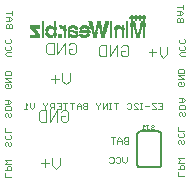
<source format=gbo>
G75*
%MOIN*%
%OFA0B0*%
%FSLAX24Y24*%
%IPPOS*%
%LPD*%
%AMOC8*
5,1,8,0,0,1.08239X$1,22.5*
%
%ADD10C,0.0020*%
%ADD11C,0.0040*%
%ADD12C,0.0030*%
%ADD13C,0.0060*%
%ADD14C,0.0010*%
%ADD15R,0.0042X0.0007*%
%ADD16R,0.0035X0.0007*%
%ADD17R,0.0028X0.0007*%
%ADD18R,0.0099X0.0007*%
%ADD19R,0.0106X0.0007*%
%ADD20R,0.0092X0.0007*%
%ADD21R,0.0120X0.0007*%
%ADD22R,0.0113X0.0007*%
%ADD23R,0.0085X0.0007*%
%ADD24R,0.0333X0.0007*%
%ADD25R,0.0099X0.0007*%
%ADD26R,0.0106X0.0007*%
%ADD27R,0.0092X0.0007*%
%ADD28R,0.0163X0.0007*%
%ADD29R,0.0149X0.0007*%
%ADD30R,0.0092X0.0007*%
%ADD31R,0.0127X0.0007*%
%ADD32R,0.0333X0.0007*%
%ADD33R,0.0099X0.0007*%
%ADD34R,0.0106X0.0007*%
%ADD35R,0.0092X0.0007*%
%ADD36R,0.0113X0.0007*%
%ADD37R,0.0191X0.0007*%
%ADD38R,0.0177X0.0007*%
%ADD39R,0.0092X0.0007*%
%ADD40R,0.0149X0.0007*%
%ADD41R,0.0333X0.0007*%
%ADD42R,0.0120X0.0007*%
%ADD43R,0.0212X0.0007*%
%ADD44R,0.0191X0.0007*%
%ADD45R,0.0092X0.0007*%
%ADD46R,0.0177X0.0007*%
%ADD47R,0.0120X0.0007*%
%ADD48R,0.0234X0.0007*%
%ADD49R,0.0205X0.0007*%
%ADD50R,0.0099X0.0007*%
%ADD51R,0.0120X0.0007*%
%ADD52R,0.0092X0.0007*%
%ADD53R,0.0113X0.0007*%
%ADD54R,0.0120X0.0007*%
%ADD55R,0.0255X0.0007*%
%ADD56R,0.0220X0.0007*%
%ADD57R,0.0092X0.0007*%
%ADD58R,0.0106X0.0007*%
%ADD59R,0.0198X0.0007*%
%ADD60R,0.0333X0.0007*%
%ADD61R,0.0135X0.0007*%
%ADD62R,0.0127X0.0007*%
%ADD63R,0.0269X0.0007*%
%ADD64R,0.0326X0.0007*%
%ADD65R,0.0212X0.0007*%
%ADD66R,0.0135X0.0007*%
%ADD67R,0.0127X0.0007*%
%ADD68R,0.0127X0.0007*%
%ADD69R,0.0283X0.0007*%
%ADD70R,0.0333X0.0007*%
%ADD71R,0.0227X0.0007*%
%ADD72R,0.0135X0.0007*%
%ADD73R,0.0127X0.0007*%
%ADD74R,0.0290X0.0007*%
%ADD75R,0.0333X0.0007*%
%ADD76R,0.0135X0.0007*%
%ADD77R,0.0297X0.0007*%
%ADD78R,0.0340X0.0007*%
%ADD79R,0.0149X0.0007*%
%ADD80R,0.0135X0.0007*%
%ADD81R,0.0142X0.0007*%
%ADD82R,0.0312X0.0007*%
%ADD83R,0.0156X0.0007*%
%ADD84R,0.0340X0.0007*%
%ADD85R,0.0142X0.0007*%
%ADD86R,0.0120X0.0007*%
%ADD87R,0.0142X0.0007*%
%ADD88R,0.0326X0.0007*%
%ADD89R,0.0149X0.0007*%
%ADD90R,0.0142X0.0007*%
%ADD91R,0.0106X0.0007*%
%ADD92R,0.0127X0.0007*%
%ADD93R,0.0135X0.0007*%
%ADD94R,0.0113X0.0007*%
%ADD95R,0.0163X0.0007*%
%ADD96R,0.0163X0.0007*%
%ADD97R,0.0156X0.0007*%
%ADD98R,0.0113X0.0007*%
%ADD99R,0.0120X0.0007*%
%ADD100R,0.0163X0.0007*%
%ADD101R,0.0163X0.0007*%
%ADD102R,0.0085X0.0007*%
%ADD103R,0.0170X0.0007*%
%ADD104R,0.0177X0.0007*%
%ADD105R,0.0085X0.0007*%
%ADD106R,0.0078X0.0007*%
%ADD107R,0.0177X0.0007*%
%ADD108R,0.0106X0.0007*%
%ADD109R,0.0113X0.0007*%
%ADD110R,0.0085X0.0007*%
%ADD111R,0.0177X0.0007*%
%ADD112R,0.0085X0.0007*%
%ADD113R,0.0177X0.0007*%
%ADD114R,0.0177X0.0007*%
%ADD115R,0.0099X0.0007*%
%ADD116R,0.0184X0.0007*%
%ADD117R,0.0099X0.0007*%
%ADD118R,0.0368X0.0007*%
%ADD119R,0.0191X0.0007*%
%ADD120R,0.0368X0.0007*%
%ADD121R,0.0163X0.0007*%
%ADD122R,0.0184X0.0007*%
%ADD123R,0.0368X0.0007*%
%ADD124R,0.0290X0.0007*%
%ADD125R,0.0113X0.0007*%
%ADD126R,0.0085X0.0007*%
%ADD127R,0.0368X0.0007*%
%ADD128R,0.0276X0.0007*%
%ADD129R,0.0361X0.0007*%
%ADD130R,0.0255X0.0007*%
%ADD131R,0.0085X0.0007*%
%ADD132R,0.0361X0.0007*%
%ADD133R,0.0220X0.0007*%
%ADD134R,0.0361X0.0007*%
%ADD135R,0.0099X0.0007*%
%ADD136R,0.0106X0.0007*%
%ADD137R,0.0106X0.0007*%
%ADD138R,0.0120X0.0007*%
%ADD139R,0.0219X0.0007*%
%ADD140R,0.0142X0.0007*%
%ADD141R,0.0219X0.0007*%
%ADD142R,0.0312X0.0007*%
%ADD143R,0.0219X0.0007*%
%ADD144R,0.0347X0.0007*%
%ADD145R,0.0312X0.0007*%
%ADD146R,0.0304X0.0007*%
%ADD147R,0.0340X0.0007*%
%ADD148R,0.0312X0.0007*%
%ADD149R,0.0234X0.0007*%
%ADD150R,0.0297X0.0007*%
%ADD151R,0.0219X0.0007*%
%ADD152R,0.0312X0.0007*%
%ADD153R,0.0227X0.0007*%
%ADD154R,0.0283X0.0007*%
%ADD155R,0.0290X0.0007*%
%ADD156R,0.0269X0.0007*%
%ADD157R,0.0205X0.0007*%
%ADD158R,0.0184X0.0007*%
%ADD159R,0.0255X0.0007*%
%ADD160R,0.0198X0.0007*%
%ADD161R,0.0191X0.0007*%
%ADD162R,0.0184X0.0007*%
%ADD163R,0.0241X0.0007*%
%ADD164R,0.0255X0.0007*%
%ADD165R,0.0191X0.0007*%
%ADD166R,0.0198X0.0007*%
%ADD167R,0.0184X0.0007*%
%ADD168R,0.0234X0.0007*%
%ADD169R,0.0212X0.0007*%
%ADD170R,0.0184X0.0007*%
%ADD171R,0.0170X0.0007*%
%ADD172R,0.0170X0.0007*%
%ADD173R,0.0156X0.0007*%
%ADD174R,0.0035X0.0007*%
%ADD175R,0.0170X0.0007*%
%ADD176R,0.0042X0.0007*%
%ADD177R,0.0064X0.0007*%
%ADD178R,0.0028X0.0007*%
%ADD179R,0.0035X0.0007*%
%ADD180R,0.0156X0.0007*%
%ADD181R,0.0177X0.0007*%
%ADD182R,0.0170X0.0007*%
%ADD183R,0.0028X0.0007*%
%ADD184R,0.0028X0.0007*%
%ADD185R,0.0057X0.0007*%
%ADD186R,0.0057X0.0007*%
%ADD187R,0.0042X0.0007*%
%ADD188R,0.0043X0.0007*%
%ADD189R,0.0050X0.0007*%
%ADD190R,0.0050X0.0007*%
%ADD191R,0.0043X0.0007*%
%ADD192R,0.0043X0.0007*%
%ADD193R,0.0035X0.0007*%
%ADD194R,0.0035X0.0007*%
%ADD195R,0.0078X0.0007*%
%ADD196R,0.0064X0.0007*%
D10*
X005736Y001161D02*
X005773Y001125D01*
X005846Y001125D01*
X005883Y001161D01*
X005883Y001308D01*
X005846Y001345D01*
X005773Y001345D01*
X005736Y001308D01*
X005957Y001308D02*
X005994Y001345D01*
X006067Y001345D01*
X006104Y001308D01*
X006104Y001161D01*
X006067Y001125D01*
X005994Y001125D01*
X005957Y001161D01*
X006178Y001198D02*
X006178Y001345D01*
X006178Y001198D02*
X006252Y001125D01*
X006325Y001198D01*
X006325Y001345D01*
X006372Y001762D02*
X006262Y001762D01*
X006225Y001799D01*
X006225Y001836D01*
X006262Y001872D01*
X006372Y001872D01*
X006372Y001762D02*
X006372Y001983D01*
X006262Y001983D01*
X006225Y001946D01*
X006225Y001909D01*
X006262Y001872D01*
X006151Y001872D02*
X006005Y001872D01*
X006005Y001909D02*
X006005Y001762D01*
X006151Y001762D02*
X006151Y001909D01*
X006078Y001983D01*
X006005Y001909D01*
X005930Y001983D02*
X005784Y001983D01*
X005857Y001983D02*
X005857Y001762D01*
D11*
X002276Y000796D02*
X002276Y000662D01*
X002476Y000662D01*
X002476Y000883D02*
X002276Y000883D01*
X002343Y000883D02*
X002343Y000983D01*
X002376Y001017D01*
X002443Y001017D01*
X002476Y000983D01*
X002476Y000883D01*
X002476Y001104D02*
X002276Y001104D01*
X002343Y001171D01*
X002276Y001238D01*
X002476Y001238D01*
X002435Y001709D02*
X002402Y001709D01*
X002369Y001743D01*
X002369Y001809D01*
X002335Y001843D01*
X002302Y001843D01*
X002268Y001809D01*
X002268Y001743D01*
X002302Y001709D01*
X002435Y001709D02*
X002469Y001743D01*
X002469Y001809D01*
X002435Y001843D01*
X002435Y001930D02*
X002302Y001930D01*
X002268Y001964D01*
X002268Y002030D01*
X002302Y002064D01*
X002268Y002151D02*
X002268Y002285D01*
X002268Y002151D02*
X002469Y002151D01*
X002435Y002064D02*
X002469Y002030D01*
X002469Y001964D01*
X002435Y001930D01*
X002443Y002670D02*
X002410Y002670D01*
X002376Y002703D01*
X002376Y002770D01*
X002343Y002803D01*
X002310Y002803D01*
X002276Y002770D01*
X002276Y002703D01*
X002310Y002670D01*
X002443Y002670D02*
X002476Y002703D01*
X002476Y002770D01*
X002443Y002803D01*
X002476Y002891D02*
X002476Y002991D01*
X002443Y003024D01*
X002310Y003024D01*
X002276Y002991D01*
X002276Y002891D01*
X002476Y002891D01*
X002410Y003112D02*
X002276Y003112D01*
X002376Y003112D02*
X002376Y003245D01*
X002410Y003245D02*
X002276Y003245D01*
X002410Y003245D02*
X002476Y003179D01*
X002410Y003112D01*
X002880Y002936D02*
X003013Y002936D01*
X002947Y002936D02*
X002947Y003136D01*
X003013Y003069D01*
X003101Y003003D02*
X003101Y003136D01*
X003234Y003136D02*
X003234Y003003D01*
X003168Y002936D01*
X003101Y003003D01*
X003543Y003103D02*
X003543Y003136D01*
X003543Y003103D02*
X003610Y003036D01*
X003610Y002936D01*
X003764Y002936D02*
X003831Y003003D01*
X003797Y003003D02*
X003897Y003003D01*
X003897Y002936D02*
X003897Y003136D01*
X003797Y003136D01*
X003764Y003103D01*
X003764Y003036D01*
X003797Y003003D01*
X003985Y002936D02*
X004118Y002936D01*
X004118Y003136D01*
X003985Y003136D01*
X004052Y003036D02*
X004118Y003036D01*
X004206Y003136D02*
X004339Y003136D01*
X004273Y003136D02*
X004273Y002936D01*
X004494Y002936D02*
X004494Y003136D01*
X004560Y003136D02*
X004427Y003136D01*
X004648Y003069D02*
X004648Y002936D01*
X004781Y002936D02*
X004781Y003069D01*
X004715Y003136D01*
X004648Y003069D01*
X004648Y003036D02*
X004781Y003036D01*
X004869Y003069D02*
X004869Y003103D01*
X004902Y003136D01*
X005002Y003136D01*
X005002Y002936D01*
X004902Y002936D01*
X004869Y002969D01*
X004869Y003003D01*
X004902Y003036D01*
X005002Y003036D01*
X004902Y003036D02*
X004869Y003069D01*
X005311Y003103D02*
X005311Y003136D01*
X005311Y003103D02*
X005378Y003036D01*
X005378Y002936D01*
X005532Y002936D02*
X005532Y003136D01*
X005444Y003136D02*
X005444Y003103D01*
X005378Y003036D01*
X005532Y002936D02*
X005665Y003136D01*
X005665Y002936D01*
X005746Y002936D02*
X005813Y002936D01*
X005779Y002936D02*
X005779Y003136D01*
X005746Y003136D02*
X005813Y003136D01*
X005900Y003136D02*
X006034Y003136D01*
X005967Y003136D02*
X005967Y002936D01*
X006342Y002969D02*
X006376Y002936D01*
X006442Y002936D01*
X006476Y002969D01*
X006476Y003103D01*
X006442Y003136D01*
X006376Y003136D01*
X006342Y003103D01*
X006563Y003103D02*
X006563Y003069D01*
X006697Y002936D01*
X006563Y002936D01*
X006777Y002936D02*
X006844Y002936D01*
X006811Y002936D02*
X006811Y003136D01*
X006844Y003136D02*
X006777Y003136D01*
X006697Y003103D02*
X006663Y003136D01*
X006597Y003136D01*
X006563Y003103D01*
X006931Y003036D02*
X007065Y003036D01*
X007152Y003103D02*
X007286Y002969D01*
X007286Y002936D01*
X007152Y002936D01*
X007373Y002936D02*
X007507Y002936D01*
X007507Y003136D01*
X007373Y003136D01*
X007286Y003136D02*
X007152Y003136D01*
X007152Y003103D01*
X007440Y003036D02*
X007507Y003036D01*
X008076Y003034D02*
X008076Y002934D01*
X008276Y002934D01*
X008276Y003034D01*
X008242Y003068D01*
X008109Y003068D01*
X008076Y003034D01*
X008076Y003155D02*
X008209Y003155D01*
X008276Y003222D01*
X008209Y003289D01*
X008076Y003289D01*
X008176Y003289D02*
X008176Y003155D01*
X008142Y002847D02*
X008109Y002847D01*
X008076Y002813D01*
X008076Y002747D01*
X008109Y002713D01*
X008176Y002747D02*
X008176Y002813D01*
X008142Y002847D01*
X008242Y002847D02*
X008276Y002813D01*
X008276Y002747D01*
X008242Y002713D01*
X008209Y002713D01*
X008176Y002747D01*
X008036Y002344D02*
X008036Y002210D01*
X008236Y002210D01*
X008203Y002123D02*
X008236Y002089D01*
X008236Y002023D01*
X008203Y001989D01*
X008070Y001989D01*
X008036Y002023D01*
X008036Y002089D01*
X008070Y002123D01*
X008070Y001902D02*
X008036Y001869D01*
X008036Y001802D01*
X008070Y001768D01*
X008136Y001802D02*
X008136Y001869D01*
X008103Y001902D01*
X008070Y001902D01*
X008136Y001802D02*
X008170Y001768D01*
X008203Y001768D01*
X008236Y001802D01*
X008236Y001869D01*
X008203Y001902D01*
X008236Y001281D02*
X008036Y001281D01*
X008103Y001214D01*
X008036Y001147D01*
X008236Y001147D01*
X008203Y001060D02*
X008136Y001060D01*
X008103Y001027D01*
X008103Y000926D01*
X008036Y000926D02*
X008236Y000926D01*
X008236Y001027D01*
X008203Y001060D01*
X008036Y000839D02*
X008036Y000705D01*
X008236Y000705D01*
X008203Y003698D02*
X008070Y003698D01*
X008036Y003731D01*
X008036Y003798D01*
X008070Y003831D01*
X008136Y003831D01*
X008136Y003764D01*
X008203Y003698D02*
X008236Y003731D01*
X008236Y003798D01*
X008203Y003831D01*
X008236Y003919D02*
X008036Y004052D01*
X008236Y004052D01*
X008236Y004140D02*
X008236Y004240D01*
X008203Y004273D01*
X008070Y004273D01*
X008036Y004240D01*
X008036Y004140D01*
X008236Y004140D01*
X008236Y003919D02*
X008036Y003919D01*
X008142Y004682D02*
X008076Y004749D01*
X008142Y004815D01*
X008276Y004815D01*
X008242Y004903D02*
X008109Y004903D01*
X008076Y004936D01*
X008076Y005003D01*
X008109Y005036D01*
X008109Y005124D02*
X008076Y005157D01*
X008076Y005224D01*
X008109Y005257D01*
X008242Y005257D02*
X008276Y005224D01*
X008276Y005157D01*
X008242Y005124D01*
X008109Y005124D01*
X008242Y005036D02*
X008276Y005003D01*
X008276Y004936D01*
X008242Y004903D01*
X008276Y004682D02*
X008142Y004682D01*
X008113Y005831D02*
X008113Y005932D01*
X008079Y005965D01*
X008046Y005965D01*
X008013Y005932D01*
X008013Y005831D01*
X008213Y005831D01*
X008213Y005932D01*
X008179Y005965D01*
X008146Y005965D01*
X008113Y005932D01*
X008113Y006052D02*
X008113Y006186D01*
X008146Y006186D02*
X008013Y006186D01*
X008146Y006186D02*
X008213Y006119D01*
X008146Y006052D01*
X008013Y006052D01*
X008013Y006340D02*
X008213Y006340D01*
X008213Y006273D02*
X008213Y006407D01*
X003676Y003136D02*
X003676Y003103D01*
X003610Y003036D01*
X002476Y003648D02*
X002443Y003615D01*
X002310Y003615D01*
X002276Y003648D01*
X002276Y003715D01*
X002310Y003748D01*
X002376Y003748D01*
X002376Y003682D01*
X002443Y003748D02*
X002476Y003715D01*
X002476Y003648D01*
X002476Y003836D02*
X002276Y003836D01*
X002276Y003969D02*
X002476Y003969D01*
X002476Y004057D02*
X002476Y004157D01*
X002443Y004190D01*
X002310Y004190D01*
X002276Y004157D01*
X002276Y004057D01*
X002476Y004057D01*
X002276Y003969D02*
X002476Y003836D01*
X002473Y004684D02*
X002339Y004684D01*
X002273Y004751D01*
X002339Y004818D01*
X002473Y004818D01*
X002439Y004905D02*
X002306Y004905D01*
X002273Y004939D01*
X002273Y005005D01*
X002306Y005039D01*
X002306Y005126D02*
X002273Y005160D01*
X002273Y005226D01*
X002306Y005260D01*
X002439Y005260D02*
X002473Y005226D01*
X002473Y005160D01*
X002439Y005126D01*
X002306Y005126D01*
X002439Y005039D02*
X002473Y005005D01*
X002473Y004939D01*
X002439Y004905D01*
X002396Y005631D02*
X002396Y005731D01*
X002363Y005764D01*
X002330Y005764D01*
X002296Y005731D01*
X002296Y005631D01*
X002496Y005631D01*
X002496Y005731D01*
X002463Y005764D01*
X002430Y005764D01*
X002396Y005731D01*
X002396Y005852D02*
X002396Y005985D01*
X002430Y005985D02*
X002496Y005919D01*
X002430Y005852D01*
X002296Y005852D01*
X002296Y005985D02*
X002430Y005985D01*
X002496Y006073D02*
X002496Y006206D01*
X002496Y006140D02*
X002296Y006140D01*
D12*
X003644Y005064D02*
X003705Y005126D01*
X003890Y005126D01*
X003890Y004756D01*
X003705Y004756D01*
X003644Y004817D01*
X003644Y005064D01*
X004012Y005126D02*
X004012Y004756D01*
X004259Y005126D01*
X004259Y004756D01*
X004380Y004817D02*
X004380Y004941D01*
X004504Y004941D01*
X004627Y005064D02*
X004565Y005126D01*
X004442Y005126D01*
X004380Y005064D01*
X004627Y005064D02*
X004627Y004817D01*
X004565Y004756D01*
X004442Y004756D01*
X004380Y004817D01*
X004418Y004122D02*
X004418Y003875D01*
X004295Y003752D01*
X004172Y003875D01*
X004172Y004122D01*
X004050Y003937D02*
X003803Y003937D01*
X003927Y004060D02*
X003927Y003813D01*
X004007Y002882D02*
X003760Y002511D01*
X003760Y002882D01*
X003639Y002882D02*
X003453Y002882D01*
X003392Y002820D01*
X003392Y002573D01*
X003453Y002511D01*
X003639Y002511D01*
X003639Y002882D01*
X004007Y002882D02*
X004007Y002511D01*
X004128Y002573D02*
X004128Y002697D01*
X004252Y002697D01*
X004375Y002820D02*
X004375Y002573D01*
X004313Y002511D01*
X004190Y002511D01*
X004128Y002573D01*
X004128Y002820D02*
X004190Y002882D01*
X004313Y002882D01*
X004375Y002820D01*
X004084Y001311D02*
X004084Y001064D01*
X003960Y000941D01*
X003837Y001064D01*
X003837Y001311D01*
X003592Y001249D02*
X003592Y001002D01*
X003469Y001126D02*
X003716Y001126D01*
X007420Y004753D02*
X007543Y004630D01*
X007666Y004753D01*
X007666Y005000D01*
X007420Y005000D02*
X007420Y004753D01*
X007298Y004815D02*
X007051Y004815D01*
X007175Y004938D02*
X007175Y004691D01*
X006379Y004746D02*
X006317Y004685D01*
X006194Y004685D01*
X006132Y004746D01*
X006132Y004870D01*
X006256Y004870D01*
X006379Y004993D02*
X006379Y004746D01*
X006011Y004685D02*
X006011Y005055D01*
X005764Y004685D01*
X005764Y005055D01*
X005642Y005055D02*
X005457Y005055D01*
X005396Y004993D01*
X005396Y004746D01*
X005457Y004685D01*
X005642Y004685D01*
X005642Y005055D01*
X006132Y004993D02*
X006194Y005055D01*
X006317Y005055D01*
X006379Y004993D01*
D13*
X006771Y002183D02*
X007371Y002183D01*
X007388Y002181D01*
X007405Y002177D01*
X007421Y002170D01*
X007435Y002160D01*
X007448Y002147D01*
X007458Y002133D01*
X007465Y002117D01*
X007469Y002100D01*
X007471Y002083D01*
X007471Y001083D01*
X007469Y001066D01*
X007465Y001049D01*
X007458Y001033D01*
X007448Y001019D01*
X007435Y001006D01*
X007421Y000996D01*
X007405Y000989D01*
X007388Y000985D01*
X007371Y000983D01*
X006771Y000983D01*
X006754Y000985D01*
X006737Y000989D01*
X006721Y000996D01*
X006707Y001006D01*
X006694Y001019D01*
X006684Y001033D01*
X006677Y001049D01*
X006673Y001066D01*
X006671Y001083D01*
X006671Y002083D01*
X006673Y002100D01*
X006677Y002117D01*
X006684Y002133D01*
X006694Y002147D01*
X006707Y002160D01*
X006721Y002170D01*
X006737Y002177D01*
X006754Y002181D01*
X006771Y002183D01*
D14*
X006829Y002249D02*
X006929Y002249D01*
X006879Y002249D02*
X006879Y002400D01*
X006929Y002350D01*
X006976Y002400D02*
X007026Y002400D01*
X007001Y002400D02*
X007001Y002275D01*
X007026Y002249D01*
X007051Y002249D01*
X007076Y002275D01*
X007124Y002275D02*
X007149Y002249D01*
X007199Y002249D01*
X007224Y002275D01*
X007199Y002325D02*
X007149Y002325D01*
X007124Y002300D01*
X007124Y002275D01*
X007199Y002325D02*
X007224Y002350D01*
X007224Y002375D01*
X007199Y002400D01*
X007149Y002400D01*
X007124Y002375D01*
D15*
X004907Y005292D03*
X006444Y005943D03*
X006458Y005986D03*
X006529Y005943D03*
X006529Y005936D03*
X006578Y005943D03*
X006592Y005986D03*
X006663Y005943D03*
X006663Y005936D03*
X006713Y005943D03*
X006727Y005986D03*
X006862Y005986D03*
X006932Y005943D03*
X006932Y005936D03*
X006890Y005886D03*
X006755Y005886D03*
X006621Y005886D03*
X006486Y005886D03*
D16*
X006893Y006035D03*
X004578Y005292D03*
D17*
X004107Y005695D03*
X003781Y005292D03*
D18*
X003781Y005299D03*
X003668Y005447D03*
X003668Y005462D03*
X003668Y005497D03*
X003668Y005511D03*
X003675Y005561D03*
X003526Y005561D03*
X003526Y005547D03*
X003526Y005511D03*
X003526Y005497D03*
X003526Y005462D03*
X003526Y005447D03*
X003526Y005412D03*
X003526Y005398D03*
X003526Y005370D03*
X003526Y005348D03*
X003526Y005320D03*
X003526Y005299D03*
X003526Y005589D03*
X003526Y005610D03*
X003526Y005639D03*
X003526Y005660D03*
X003526Y005738D03*
X003526Y005766D03*
X003526Y005787D03*
X003526Y005816D03*
X003937Y005547D03*
X004263Y005511D03*
X004263Y005497D03*
X004263Y005462D03*
X004263Y005447D03*
X004263Y005412D03*
X004263Y005398D03*
X004263Y005370D03*
X004263Y005348D03*
X004263Y005320D03*
X004263Y005299D03*
X004411Y005447D03*
X004411Y005462D03*
X004411Y005561D03*
X004411Y005589D03*
X004638Y005589D03*
X004787Y005547D03*
X004801Y005589D03*
X004645Y005447D03*
X004787Y005412D03*
X004794Y005398D03*
X005035Y005412D03*
X005042Y005547D03*
X005042Y005561D03*
X005169Y005589D03*
X005176Y005561D03*
X005183Y005547D03*
X005190Y005511D03*
X005197Y005497D03*
X005318Y005547D03*
X005332Y005610D03*
X005580Y005497D03*
X005523Y005299D03*
X005254Y005299D03*
X005948Y005299D03*
X005948Y005320D03*
X005948Y005348D03*
X005948Y005370D03*
X005948Y005398D03*
X005948Y005412D03*
X005948Y005447D03*
X005948Y005462D03*
X005948Y005497D03*
X005948Y005511D03*
X005948Y005547D03*
X005948Y005561D03*
X006196Y005561D03*
X006196Y005547D03*
X006345Y005547D03*
X006345Y005561D03*
X006345Y005589D03*
X006345Y005610D03*
X006345Y005639D03*
X006345Y005660D03*
X006345Y005738D03*
X006345Y005766D03*
X006345Y005787D03*
X006345Y005816D03*
X006493Y005639D03*
X006493Y005610D03*
X006493Y005589D03*
X006493Y005561D03*
X006493Y005547D03*
X006493Y005511D03*
X006493Y005497D03*
X006493Y005462D03*
X006493Y005447D03*
X006493Y005412D03*
X006493Y005398D03*
X006493Y005370D03*
X006493Y005348D03*
X006493Y005320D03*
X006493Y005299D03*
X006345Y005299D03*
X006345Y005320D03*
X006345Y005348D03*
X006345Y005370D03*
X006345Y005398D03*
X006345Y005412D03*
X006345Y005447D03*
X006345Y005462D03*
X006345Y005497D03*
X006345Y005511D03*
X006897Y005511D03*
X006897Y005497D03*
X006897Y005462D03*
X006897Y005447D03*
X006897Y005412D03*
X006897Y005398D03*
X006897Y005370D03*
X006897Y005348D03*
X006897Y005320D03*
X006897Y005299D03*
X006897Y005547D03*
X006897Y005561D03*
X006897Y005589D03*
X006897Y005610D03*
X006897Y005639D03*
D19*
X006695Y005299D03*
X005959Y005589D03*
X005626Y005660D03*
X005619Y005639D03*
X005612Y005610D03*
X005605Y005589D03*
X005598Y005561D03*
X005583Y005511D03*
X005633Y005688D03*
X005166Y005610D03*
X005159Y005639D03*
X005151Y005660D03*
X005130Y005738D03*
X005123Y005766D03*
X005116Y005787D03*
X005109Y005816D03*
X005031Y005589D03*
X005031Y005398D03*
X004415Y005412D03*
X004415Y005547D03*
X004146Y005660D03*
X003934Y005561D03*
X003934Y005412D03*
X004082Y005398D03*
X004082Y005370D03*
X004082Y005348D03*
X004082Y005320D03*
X004082Y005299D03*
X003679Y005412D03*
D20*
X003941Y005447D03*
X003941Y005462D03*
X003941Y005497D03*
X003941Y005511D03*
X003941Y005639D03*
X003941Y005660D03*
X003941Y005688D03*
X003941Y005738D03*
X003941Y005766D03*
X003941Y005787D03*
X003941Y005816D03*
X004266Y005660D03*
X004266Y005639D03*
X004649Y005561D03*
X004790Y005561D03*
X005045Y005447D03*
X005307Y005497D03*
X005307Y005511D03*
X005321Y005561D03*
X005329Y005589D03*
X005449Y005589D03*
X005456Y005561D03*
X005470Y005497D03*
X005803Y005497D03*
X005803Y005511D03*
X005803Y005547D03*
X005803Y005561D03*
X005803Y005589D03*
X005803Y005610D03*
X005803Y005639D03*
X005803Y005660D03*
X005803Y005738D03*
X005803Y005766D03*
X005803Y005787D03*
X005803Y005816D03*
X006199Y005660D03*
X006199Y005639D03*
X006199Y005511D03*
X006199Y005497D03*
X006199Y005462D03*
X006199Y005447D03*
X006199Y005412D03*
X006199Y005398D03*
X006199Y005370D03*
X006199Y005348D03*
X006199Y005320D03*
X006199Y005299D03*
X005803Y005299D03*
X005803Y005320D03*
X005803Y005348D03*
X005803Y005370D03*
X005803Y005398D03*
X005803Y005412D03*
X005803Y005447D03*
X005803Y005462D03*
X006490Y005915D03*
X006759Y005915D03*
X006893Y005915D03*
X006794Y005639D03*
X006787Y005610D03*
X006780Y005589D03*
X006759Y005511D03*
X006759Y005497D03*
X006745Y005447D03*
X006631Y005497D03*
X006603Y005610D03*
X006596Y005639D03*
X003941Y005348D03*
X003941Y005320D03*
X003941Y005299D03*
D21*
X003926Y005398D03*
X003926Y005589D03*
X004153Y005639D03*
X004911Y005688D03*
X005010Y005610D03*
X004911Y005299D03*
X003225Y005547D03*
D22*
X003257Y005511D03*
X003314Y005447D03*
X003356Y005398D03*
X003689Y005398D03*
X003689Y005589D03*
X004419Y005398D03*
X004581Y005299D03*
X004645Y005370D03*
X004631Y005462D03*
X004624Y005610D03*
X005254Y005320D03*
X005523Y005320D03*
X005651Y005766D03*
X005658Y005787D03*
X005665Y005816D03*
X006189Y005589D03*
D23*
X006621Y005547D03*
X006628Y005511D03*
X006769Y005547D03*
X004404Y005299D03*
D24*
X003275Y005299D03*
X003275Y005320D03*
X003275Y005348D03*
X003275Y005370D03*
D25*
X003526Y005355D03*
X003526Y005306D03*
X003526Y005405D03*
X003526Y005455D03*
X003526Y005504D03*
X003526Y005554D03*
X003526Y005603D03*
X003526Y005653D03*
X003675Y005554D03*
X003668Y005504D03*
X003668Y005455D03*
X003937Y005554D03*
X004263Y005504D03*
X004263Y005455D03*
X004263Y005405D03*
X004263Y005355D03*
X004263Y005306D03*
X004411Y005455D03*
X004411Y005554D03*
X004631Y005603D03*
X004787Y005554D03*
X004794Y005405D03*
X005035Y005405D03*
X005042Y005554D03*
X005169Y005603D03*
X005183Y005554D03*
X005155Y005653D03*
X005254Y005306D03*
X005523Y005306D03*
X005580Y005504D03*
X005594Y005554D03*
X005608Y005603D03*
X005948Y005554D03*
X005948Y005504D03*
X005948Y005455D03*
X005948Y005405D03*
X005948Y005355D03*
X005948Y005306D03*
X006196Y005554D03*
X006345Y005554D03*
X006345Y005603D03*
X006345Y005653D03*
X006493Y005603D03*
X006493Y005554D03*
X006493Y005504D03*
X006493Y005455D03*
X006493Y005405D03*
X006493Y005355D03*
X006493Y005306D03*
X006345Y005306D03*
X006345Y005355D03*
X006345Y005405D03*
X006345Y005455D03*
X006345Y005504D03*
X006345Y005773D03*
X006345Y005823D03*
X006897Y005603D03*
X006897Y005554D03*
X006897Y005504D03*
X006897Y005455D03*
X006897Y005405D03*
X006897Y005355D03*
X006897Y005306D03*
X003526Y005773D03*
X003526Y005823D03*
D26*
X003686Y005405D03*
X004082Y005355D03*
X004082Y005306D03*
X004415Y005405D03*
X004642Y005455D03*
X004812Y005603D03*
X005123Y005773D03*
X005619Y005653D03*
X005654Y005773D03*
X006695Y005306D03*
X004422Y005603D03*
D27*
X004266Y005653D03*
X003941Y005653D03*
X003941Y005773D03*
X003941Y005823D03*
X003941Y005504D03*
X003941Y005455D03*
X003941Y005306D03*
X005307Y005504D03*
X005321Y005554D03*
X005329Y005603D03*
X005456Y005554D03*
X005803Y005554D03*
X005803Y005603D03*
X005803Y005653D03*
X005803Y005773D03*
X005803Y005823D03*
X006199Y005653D03*
X006199Y005504D03*
X006199Y005455D03*
X006199Y005405D03*
X006199Y005355D03*
X006199Y005306D03*
X005803Y005306D03*
X005803Y005355D03*
X005803Y005405D03*
X005803Y005455D03*
X005803Y005504D03*
X006603Y005603D03*
X006617Y005554D03*
X006759Y005504D03*
X006745Y005455D03*
X006787Y005603D03*
D28*
X006525Y005773D03*
X004911Y005306D03*
D29*
X004578Y005306D03*
D30*
X004656Y005405D03*
X004408Y005306D03*
X005194Y005504D03*
X006773Y005554D03*
D31*
X005389Y005773D03*
X005254Y005355D03*
X003781Y005306D03*
D32*
X003820Y005355D03*
X003275Y005355D03*
X003275Y005306D03*
D33*
X003526Y005313D03*
X003526Y005327D03*
X003526Y005341D03*
X003526Y005362D03*
X003526Y005377D03*
X003526Y005391D03*
X003526Y005419D03*
X003526Y005426D03*
X003526Y005440D03*
X003526Y005469D03*
X003526Y005483D03*
X003526Y005490D03*
X003526Y005518D03*
X003526Y005532D03*
X003526Y005540D03*
X003526Y005568D03*
X003526Y005582D03*
X003526Y005596D03*
X003526Y005617D03*
X003526Y005632D03*
X003526Y005646D03*
X003526Y005667D03*
X003526Y005681D03*
X003526Y005731D03*
X003526Y005745D03*
X003526Y005759D03*
X003526Y005780D03*
X003526Y005794D03*
X003526Y005809D03*
X003668Y005540D03*
X003668Y005532D03*
X003668Y005518D03*
X003668Y005490D03*
X003668Y005483D03*
X003668Y005469D03*
X003675Y005426D03*
X003937Y005426D03*
X003937Y005440D03*
X003937Y005540D03*
X004142Y005667D03*
X004263Y005540D03*
X004263Y005532D03*
X004263Y005518D03*
X004263Y005490D03*
X004263Y005483D03*
X004263Y005469D03*
X004263Y005440D03*
X004263Y005426D03*
X004263Y005419D03*
X004263Y005391D03*
X004263Y005377D03*
X004263Y005362D03*
X004263Y005341D03*
X004263Y005327D03*
X004263Y005313D03*
X004411Y005419D03*
X004411Y005426D03*
X004411Y005440D03*
X004411Y005469D03*
X004411Y005568D03*
X004411Y005582D03*
X004419Y005596D03*
X004638Y005596D03*
X004787Y005540D03*
X004652Y005426D03*
X004652Y005391D03*
X005042Y005419D03*
X005042Y005426D03*
X005197Y005490D03*
X005190Y005518D03*
X005183Y005540D03*
X005176Y005568D03*
X005176Y005582D03*
X005169Y005596D03*
X005162Y005617D03*
X005162Y005632D03*
X005155Y005646D03*
X005148Y005681D03*
X005141Y005709D03*
X005134Y005731D03*
X005127Y005759D03*
X005120Y005780D03*
X005113Y005809D03*
X005042Y005568D03*
X005304Y005490D03*
X005311Y005518D03*
X005573Y005483D03*
X005587Y005532D03*
X005601Y005582D03*
X005615Y005632D03*
X005948Y005540D03*
X005948Y005532D03*
X005948Y005518D03*
X005948Y005490D03*
X005948Y005483D03*
X005948Y005469D03*
X005948Y005440D03*
X005948Y005426D03*
X005948Y005419D03*
X005948Y005391D03*
X005948Y005377D03*
X005948Y005362D03*
X005948Y005341D03*
X005948Y005327D03*
X005948Y005313D03*
X006196Y005540D03*
X006345Y005540D03*
X006345Y005532D03*
X006345Y005518D03*
X006345Y005490D03*
X006345Y005483D03*
X006345Y005469D03*
X006345Y005440D03*
X006345Y005426D03*
X006345Y005419D03*
X006345Y005391D03*
X006345Y005377D03*
X006345Y005362D03*
X006345Y005341D03*
X006345Y005327D03*
X006345Y005313D03*
X006493Y005313D03*
X006493Y005327D03*
X006493Y005341D03*
X006493Y005362D03*
X006493Y005377D03*
X006493Y005391D03*
X006493Y005419D03*
X006493Y005426D03*
X006493Y005440D03*
X006493Y005469D03*
X006493Y005483D03*
X006493Y005490D03*
X006493Y005518D03*
X006493Y005532D03*
X006493Y005540D03*
X006493Y005568D03*
X006493Y005582D03*
X006493Y005596D03*
X006493Y005617D03*
X006493Y005632D03*
X006493Y005646D03*
X006345Y005646D03*
X006345Y005632D03*
X006345Y005617D03*
X006345Y005596D03*
X006345Y005582D03*
X006345Y005568D03*
X006345Y005667D03*
X006345Y005681D03*
X006345Y005731D03*
X006345Y005745D03*
X006345Y005759D03*
X006345Y005780D03*
X006345Y005794D03*
X006345Y005809D03*
X006897Y005646D03*
X006897Y005632D03*
X006897Y005617D03*
X006897Y005596D03*
X006897Y005582D03*
X006897Y005568D03*
X006897Y005540D03*
X006897Y005532D03*
X006897Y005518D03*
X006897Y005490D03*
X006897Y005483D03*
X006897Y005469D03*
X006897Y005440D03*
X006897Y005426D03*
X006897Y005419D03*
X006897Y005391D03*
X006897Y005377D03*
X006897Y005362D03*
X006897Y005341D03*
X006897Y005327D03*
X006897Y005313D03*
D34*
X006695Y005313D03*
X006192Y005568D03*
X005952Y005568D03*
X005952Y005582D03*
X005626Y005667D03*
X005626Y005681D03*
X005633Y005695D03*
X005619Y005646D03*
X005612Y005617D03*
X005605Y005596D03*
X005598Y005568D03*
X005583Y005518D03*
X005576Y005490D03*
X005527Y005313D03*
X005024Y005391D03*
X005031Y005582D03*
X005024Y005596D03*
X005137Y005717D03*
X005130Y005745D03*
X005116Y005794D03*
X005151Y005667D03*
X004797Y005391D03*
X004649Y005377D03*
X004082Y005377D03*
X004082Y005391D03*
X004082Y005362D03*
X004082Y005341D03*
X004082Y005327D03*
X004082Y005313D03*
X003934Y005419D03*
X003934Y005568D03*
X003686Y005582D03*
X003679Y005568D03*
X003679Y005419D03*
X005647Y005745D03*
X005654Y005780D03*
X005661Y005809D03*
D35*
X005803Y005809D03*
X005803Y005794D03*
X005803Y005780D03*
X005803Y005759D03*
X005803Y005745D03*
X005803Y005731D03*
X005803Y005681D03*
X005803Y005667D03*
X005803Y005646D03*
X005803Y005632D03*
X005803Y005617D03*
X005803Y005596D03*
X005803Y005582D03*
X005803Y005568D03*
X005803Y005540D03*
X005803Y005532D03*
X005803Y005518D03*
X005803Y005490D03*
X005803Y005483D03*
X005803Y005469D03*
X005803Y005440D03*
X005803Y005426D03*
X005803Y005419D03*
X005803Y005391D03*
X005803Y005377D03*
X005803Y005362D03*
X005803Y005341D03*
X005803Y005327D03*
X005803Y005313D03*
X005463Y005532D03*
X005456Y005568D03*
X005449Y005582D03*
X005449Y005596D03*
X005336Y005617D03*
X005336Y005632D03*
X005329Y005596D03*
X005329Y005582D03*
X005321Y005568D03*
X005314Y005540D03*
X005314Y005532D03*
X005300Y005483D03*
X005201Y005483D03*
X005187Y005532D03*
X005045Y005440D03*
X004783Y005532D03*
X004790Y005568D03*
X004797Y005582D03*
X004642Y005582D03*
X004649Y005440D03*
X004266Y005646D03*
X004266Y005667D03*
X004266Y005681D03*
X003941Y005681D03*
X003941Y005667D03*
X003941Y005646D03*
X003941Y005632D03*
X003941Y005695D03*
X003941Y005709D03*
X003941Y005717D03*
X003941Y005731D03*
X003941Y005745D03*
X003941Y005759D03*
X003941Y005780D03*
X003941Y005794D03*
X003941Y005809D03*
X003941Y005532D03*
X003941Y005518D03*
X003941Y005490D03*
X003941Y005483D03*
X003941Y005469D03*
X003941Y005341D03*
X003941Y005327D03*
X003941Y005313D03*
X006199Y005313D03*
X006199Y005327D03*
X006199Y005341D03*
X006199Y005362D03*
X006199Y005377D03*
X006199Y005391D03*
X006199Y005419D03*
X006199Y005426D03*
X006199Y005440D03*
X006199Y005469D03*
X006199Y005483D03*
X006199Y005490D03*
X006199Y005518D03*
X006199Y005532D03*
X006199Y005632D03*
X006199Y005646D03*
X006199Y005667D03*
X006199Y005681D03*
X006596Y005632D03*
X006610Y005582D03*
X006766Y005540D03*
X006766Y005532D03*
X006752Y005483D03*
X006780Y005582D03*
X006780Y005596D03*
X006787Y005617D03*
X006794Y005632D03*
X006794Y005646D03*
D36*
X006189Y005582D03*
X005962Y005596D03*
X005651Y005759D03*
X005658Y005794D03*
X005523Y005327D03*
X005254Y005327D03*
X005254Y005313D03*
X004419Y005540D03*
X003930Y005582D03*
X003364Y005391D03*
X003335Y005426D03*
X003208Y005568D03*
D37*
X003778Y005327D03*
X004564Y005490D03*
X004911Y005313D03*
X005251Y005469D03*
X005527Y005469D03*
X006539Y005667D03*
X006851Y005667D03*
X006851Y005681D03*
D38*
X006858Y005731D03*
X006858Y005745D03*
X006695Y005426D03*
X006695Y005419D03*
X005527Y005440D03*
X004578Y005313D03*
D39*
X004656Y005419D03*
X004408Y005483D03*
X004408Y005490D03*
X004408Y005327D03*
X004408Y005313D03*
X003771Y005681D03*
X005442Y005632D03*
X005442Y005617D03*
X006773Y005568D03*
D40*
X006695Y005391D03*
X006695Y005377D03*
X005527Y005391D03*
X005251Y005391D03*
X003912Y005377D03*
X003778Y005313D03*
X003771Y005667D03*
D41*
X003820Y005362D03*
X003275Y005362D03*
X003275Y005341D03*
X003275Y005327D03*
X003275Y005313D03*
X006079Y005617D03*
D42*
X006695Y005320D03*
X004819Y005610D03*
X004429Y005610D03*
X003346Y005412D03*
X003303Y005462D03*
X003211Y005561D03*
X003190Y005589D03*
D43*
X004914Y005320D03*
D44*
X004578Y005320D03*
X005251Y005462D03*
X005385Y005639D03*
X006539Y005660D03*
X006851Y005688D03*
D45*
X006773Y005561D03*
X006624Y005915D03*
X005442Y005610D03*
X004656Y005412D03*
X004656Y005398D03*
X004408Y005320D03*
D46*
X003778Y005320D03*
X003771Y005660D03*
X005251Y005447D03*
X006030Y005660D03*
D47*
X005527Y005341D03*
X004422Y005391D03*
X003693Y005391D03*
X003693Y005596D03*
X003339Y005419D03*
X003296Y005469D03*
X003254Y005518D03*
X003240Y005532D03*
X003197Y005582D03*
X006695Y005327D03*
D48*
X004911Y005327D03*
X003771Y005632D03*
D49*
X004578Y005327D03*
D50*
X004652Y005384D03*
X004652Y005433D03*
X004794Y005575D03*
X005035Y005575D03*
X005162Y005624D03*
X005176Y005575D03*
X005190Y005525D03*
X005148Y005674D03*
X005141Y005702D03*
X005134Y005724D03*
X005127Y005752D03*
X005042Y005433D03*
X005587Y005525D03*
X005601Y005575D03*
X005948Y005525D03*
X005948Y005476D03*
X005948Y005433D03*
X005948Y005384D03*
X005948Y005334D03*
X006345Y005334D03*
X006345Y005384D03*
X006345Y005433D03*
X006345Y005476D03*
X006345Y005525D03*
X006345Y005575D03*
X006345Y005624D03*
X006345Y005674D03*
X006345Y005752D03*
X006345Y005802D03*
X006493Y005624D03*
X006493Y005575D03*
X006493Y005525D03*
X006493Y005476D03*
X006493Y005433D03*
X006493Y005384D03*
X006493Y005334D03*
X006897Y005334D03*
X006897Y005384D03*
X006897Y005433D03*
X006897Y005476D03*
X006897Y005525D03*
X006897Y005575D03*
X006897Y005624D03*
X004411Y005575D03*
X004411Y005433D03*
X004263Y005433D03*
X004263Y005476D03*
X004263Y005525D03*
X004263Y005384D03*
X004263Y005334D03*
X003937Y005433D03*
X003675Y005433D03*
X003668Y005476D03*
X003668Y005525D03*
X003526Y005525D03*
X003526Y005476D03*
X003526Y005433D03*
X003526Y005384D03*
X003526Y005334D03*
X003526Y005575D03*
X003526Y005624D03*
X003526Y005674D03*
X003526Y005752D03*
X003526Y005802D03*
D51*
X003247Y005525D03*
X003289Y005476D03*
X003700Y005384D03*
X006695Y005334D03*
D52*
X006752Y005476D03*
X006766Y005525D03*
X006780Y005575D03*
X006787Y005624D03*
X006610Y005575D03*
X006199Y005624D03*
X006199Y005674D03*
X006199Y005525D03*
X006199Y005476D03*
X006199Y005433D03*
X006199Y005384D03*
X006199Y005334D03*
X005803Y005334D03*
X005803Y005384D03*
X005803Y005433D03*
X005803Y005476D03*
X005803Y005525D03*
X005803Y005575D03*
X005803Y005624D03*
X005803Y005674D03*
X005803Y005752D03*
X005803Y005802D03*
X005463Y005525D03*
X005314Y005525D03*
X005321Y005575D03*
X005336Y005624D03*
X004642Y005575D03*
X004266Y005674D03*
X004139Y005674D03*
X003941Y005674D03*
X003941Y005702D03*
X003941Y005724D03*
X003941Y005752D03*
X003941Y005802D03*
X003941Y005525D03*
X003941Y005476D03*
X003941Y005334D03*
X006490Y005993D03*
X006759Y005993D03*
X006893Y005993D03*
D53*
X005523Y005334D03*
X005020Y005384D03*
X003930Y005575D03*
X003201Y005575D03*
D54*
X004252Y005575D03*
X005251Y005334D03*
D55*
X004914Y005334D03*
D56*
X004578Y005334D03*
D57*
X004408Y005334D03*
X004408Y005476D03*
X005442Y005624D03*
X006624Y005525D03*
X006624Y005993D03*
D58*
X006192Y005575D03*
X005952Y005575D03*
X005626Y005674D03*
X005633Y005702D03*
X005647Y005752D03*
X005661Y005802D03*
X005612Y005624D03*
X005116Y005802D03*
X004082Y005384D03*
X004082Y005334D03*
X003679Y005575D03*
D59*
X003774Y005334D03*
D60*
X003820Y005624D03*
X003275Y005334D03*
D61*
X004429Y005532D03*
X006695Y005362D03*
X006695Y005341D03*
D62*
X006182Y005596D03*
X005389Y005780D03*
X005254Y005341D03*
X004617Y005469D03*
X003923Y005391D03*
X003923Y005596D03*
D63*
X004525Y005646D03*
X004914Y005341D03*
D64*
X004525Y005341D03*
D65*
X003774Y005341D03*
D66*
X006695Y005348D03*
D67*
X005523Y005348D03*
D68*
X005254Y005348D03*
X005389Y005766D03*
X005389Y005787D03*
D69*
X004914Y005348D03*
X004525Y005639D03*
D70*
X004528Y005348D03*
D71*
X004914Y005660D03*
X003774Y005348D03*
D72*
X006695Y005355D03*
D73*
X005523Y005355D03*
X003703Y005603D03*
D74*
X004911Y005355D03*
D75*
X004528Y005355D03*
D76*
X004245Y005582D03*
X003707Y005377D03*
X005251Y005362D03*
X005527Y005362D03*
D77*
X004914Y005362D03*
D78*
X004532Y005362D03*
D79*
X004238Y005589D03*
X005527Y005398D03*
X006518Y005816D03*
X006695Y005370D03*
D80*
X005527Y005370D03*
D81*
X005254Y005370D03*
X005389Y005738D03*
D82*
X004914Y005370D03*
D83*
X005254Y005398D03*
X004440Y005370D03*
X006522Y005787D03*
X006869Y005816D03*
D84*
X006076Y005610D03*
X003817Y005370D03*
D85*
X004525Y005681D03*
X005254Y005377D03*
X005523Y005377D03*
X005389Y005745D03*
X005389Y005759D03*
D86*
X005392Y005794D03*
X005010Y005377D03*
X004812Y005377D03*
X004153Y005646D03*
X003282Y005483D03*
X003275Y005490D03*
X003233Y005540D03*
X003183Y005596D03*
D87*
X004433Y005377D03*
D88*
X003271Y005377D03*
D89*
X005251Y005384D03*
X006695Y005384D03*
D90*
X005523Y005384D03*
X005389Y005752D03*
D91*
X005640Y005724D03*
X004805Y005384D03*
D92*
X004426Y005384D03*
D93*
X003919Y005384D03*
X003771Y005674D03*
X006030Y005674D03*
D94*
X005389Y005802D03*
X003371Y005384D03*
X003328Y005433D03*
D95*
X006695Y005412D03*
X006695Y005398D03*
D96*
X006695Y005405D03*
D97*
X005523Y005405D03*
X005254Y005405D03*
D98*
X005020Y005603D03*
X004150Y005653D03*
X003930Y005405D03*
X003307Y005455D03*
X003264Y005504D03*
D99*
X003353Y005405D03*
X005966Y005603D03*
D100*
X005527Y005412D03*
X005251Y005412D03*
X006525Y005766D03*
X006865Y005787D03*
D101*
X006865Y005780D03*
X006865Y005794D03*
X006525Y005780D03*
X006525Y005759D03*
X006030Y005667D03*
X005527Y005426D03*
X005527Y005419D03*
X005251Y005419D03*
X005251Y005426D03*
D102*
X005452Y005575D03*
X006600Y005624D03*
X006635Y005476D03*
X006649Y005433D03*
X006741Y005433D03*
D103*
X005523Y005433D03*
D104*
X005251Y005433D03*
X004450Y005525D03*
X006532Y005702D03*
X006532Y005724D03*
D105*
X006592Y005646D03*
X006600Y005617D03*
X006607Y005596D03*
X006614Y005568D03*
X006635Y005490D03*
X006635Y005483D03*
X006642Y005469D03*
X006741Y005440D03*
X006748Y005469D03*
X006755Y005490D03*
X006762Y005518D03*
X006755Y005908D03*
X006890Y005908D03*
X006486Y005908D03*
X005467Y005518D03*
X005459Y005540D03*
X005474Y005490D03*
X005474Y005483D03*
X004645Y005568D03*
D106*
X004132Y005681D03*
X006490Y006000D03*
X006490Y006007D03*
X006759Y006007D03*
X006759Y006000D03*
X006893Y006000D03*
X006893Y006007D03*
X006646Y005440D03*
D107*
X006532Y005709D03*
X006532Y005717D03*
X005385Y005667D03*
X005251Y005440D03*
D108*
X005144Y005695D03*
X004805Y005596D03*
X005590Y005540D03*
X005640Y005717D03*
X005640Y005731D03*
X006030Y005681D03*
X003672Y005440D03*
D109*
X003321Y005440D03*
X004256Y005568D03*
X005389Y005809D03*
X005637Y005709D03*
D110*
X005459Y005547D03*
X005467Y005511D03*
X006607Y005589D03*
X006614Y005561D03*
X006642Y005462D03*
X006642Y005447D03*
X006748Y005462D03*
D111*
X006858Y005738D03*
X005527Y005447D03*
D112*
X005467Y005504D03*
X006642Y005455D03*
D113*
X005527Y005455D03*
D114*
X005251Y005455D03*
D115*
X005049Y005455D03*
D116*
X005530Y005462D03*
X006536Y005688D03*
D117*
X005049Y005462D03*
D118*
X004914Y005469D03*
X004914Y005483D03*
X004914Y005490D03*
D119*
X005251Y005476D03*
X005527Y005476D03*
X006851Y005674D03*
D120*
X004914Y005476D03*
D121*
X004599Y005476D03*
X006865Y005802D03*
D122*
X006854Y005717D03*
X006854Y005709D03*
X006854Y005695D03*
X006536Y005695D03*
X006536Y005681D03*
X004581Y005483D03*
D123*
X004914Y005497D03*
D124*
X004507Y005497D03*
D125*
X004256Y005561D03*
X003271Y005497D03*
X005389Y005816D03*
X005644Y005738D03*
D126*
X005445Y005603D03*
X006628Y005504D03*
D127*
X004914Y005504D03*
D128*
X004500Y005504D03*
D129*
X004918Y005511D03*
D130*
X004489Y005511D03*
D131*
X006621Y005532D03*
X006621Y005540D03*
X006628Y005518D03*
X006621Y005908D03*
D132*
X004918Y005518D03*
D133*
X004472Y005518D03*
D134*
X004918Y005525D03*
D135*
X005049Y005532D03*
X005049Y005540D03*
D136*
X005144Y005688D03*
X005590Y005547D03*
X004259Y005547D03*
X003672Y005547D03*
D137*
X004259Y005554D03*
D138*
X003218Y005554D03*
D139*
X004203Y005596D03*
X004203Y005617D03*
X004203Y005632D03*
D140*
X003916Y005603D03*
X006175Y005603D03*
D141*
X004203Y005603D03*
D142*
X003271Y005603D03*
X003271Y005653D03*
D143*
X003771Y005639D03*
X004203Y005610D03*
X006030Y005639D03*
D144*
X003813Y005610D03*
D145*
X003271Y005610D03*
X003271Y005639D03*
X003271Y005660D03*
D146*
X004528Y005617D03*
X004918Y005617D03*
D147*
X003817Y005617D03*
D148*
X003271Y005617D03*
X003271Y005632D03*
X003271Y005646D03*
X003271Y005667D03*
X003271Y005681D03*
D149*
X006030Y005624D03*
D150*
X004914Y005624D03*
X004525Y005624D03*
D151*
X004203Y005624D03*
D152*
X003271Y005624D03*
X003271Y005674D03*
D153*
X006033Y005632D03*
D154*
X004914Y005632D03*
D155*
X004528Y005632D03*
D156*
X004914Y005639D03*
D157*
X006030Y005646D03*
X003771Y005646D03*
D158*
X005389Y005646D03*
D159*
X004914Y005646D03*
D160*
X006847Y005653D03*
D161*
X006539Y005653D03*
X006030Y005653D03*
D162*
X005389Y005653D03*
D163*
X004914Y005653D03*
D164*
X004525Y005653D03*
D165*
X003771Y005653D03*
D166*
X006847Y005660D03*
D167*
X005389Y005660D03*
D168*
X004528Y005660D03*
D169*
X004525Y005667D03*
X004914Y005667D03*
D170*
X004914Y005674D03*
X004525Y005674D03*
X006536Y005674D03*
X006854Y005702D03*
D171*
X006862Y005752D03*
X006529Y005752D03*
X005389Y005674D03*
D172*
X005389Y005681D03*
X005389Y005695D03*
X006529Y005731D03*
X006529Y005745D03*
X006862Y005759D03*
D173*
X006869Y005809D03*
X006522Y005809D03*
X006522Y005794D03*
X005389Y005731D03*
X005389Y005717D03*
X005389Y005709D03*
X004914Y005681D03*
D174*
X006030Y005688D03*
D175*
X006529Y005738D03*
X006862Y005766D03*
X005389Y005688D03*
D176*
X004525Y005688D03*
X006444Y005964D03*
X006486Y006028D03*
X006522Y005979D03*
X006529Y005964D03*
X006522Y005929D03*
X006486Y005879D03*
X006578Y005964D03*
X006585Y005979D03*
X006621Y006028D03*
X006656Y005979D03*
X006663Y005964D03*
X006656Y005929D03*
X006621Y005879D03*
X006713Y005964D03*
X006720Y005979D03*
X006755Y006028D03*
X006791Y005979D03*
X006791Y005929D03*
X006755Y005879D03*
X006890Y005879D03*
X006925Y005929D03*
X006925Y005979D03*
X006890Y006028D03*
X006854Y005979D03*
D177*
X006759Y006014D03*
X006624Y006014D03*
X006490Y006014D03*
X004125Y005688D03*
D178*
X003774Y005688D03*
D179*
X004911Y005695D03*
X006490Y006035D03*
X006624Y006035D03*
X006759Y006035D03*
D180*
X006522Y005802D03*
X005389Y005724D03*
X005389Y005702D03*
D181*
X006858Y005724D03*
D182*
X006862Y005773D03*
D183*
X006890Y005872D03*
X006755Y005872D03*
D184*
X006621Y005872D03*
X006486Y005872D03*
D185*
X006486Y005894D03*
X006621Y005894D03*
X006755Y005894D03*
X006890Y005894D03*
D186*
X006890Y005901D03*
X006755Y005901D03*
X006621Y005901D03*
X006486Y005901D03*
D187*
X006458Y005922D03*
X006515Y005922D03*
X006529Y005971D03*
X006486Y006021D03*
X006592Y005922D03*
X006663Y005971D03*
X006621Y006021D03*
X006755Y006021D03*
X006727Y005922D03*
X006784Y005922D03*
X006862Y005922D03*
X006918Y005922D03*
X006932Y005971D03*
X006890Y006021D03*
D188*
X006798Y005971D03*
X006649Y005922D03*
D189*
X006589Y005929D03*
X006454Y005929D03*
X006723Y005929D03*
X006858Y005929D03*
X006936Y005964D03*
D190*
X006922Y005986D03*
X006851Y005936D03*
X006787Y005986D03*
X006716Y005936D03*
X006653Y005986D03*
X006582Y005936D03*
X006518Y005986D03*
X006447Y005936D03*
D191*
X006798Y005936D03*
X006798Y005943D03*
X006847Y005943D03*
D192*
X006847Y005964D03*
X006798Y005964D03*
X006451Y005979D03*
D193*
X006447Y005971D03*
X006851Y005971D03*
D194*
X006716Y005971D03*
X006582Y005971D03*
D195*
X006624Y006000D03*
X006624Y006007D03*
D196*
X006893Y006014D03*
M02*

</source>
